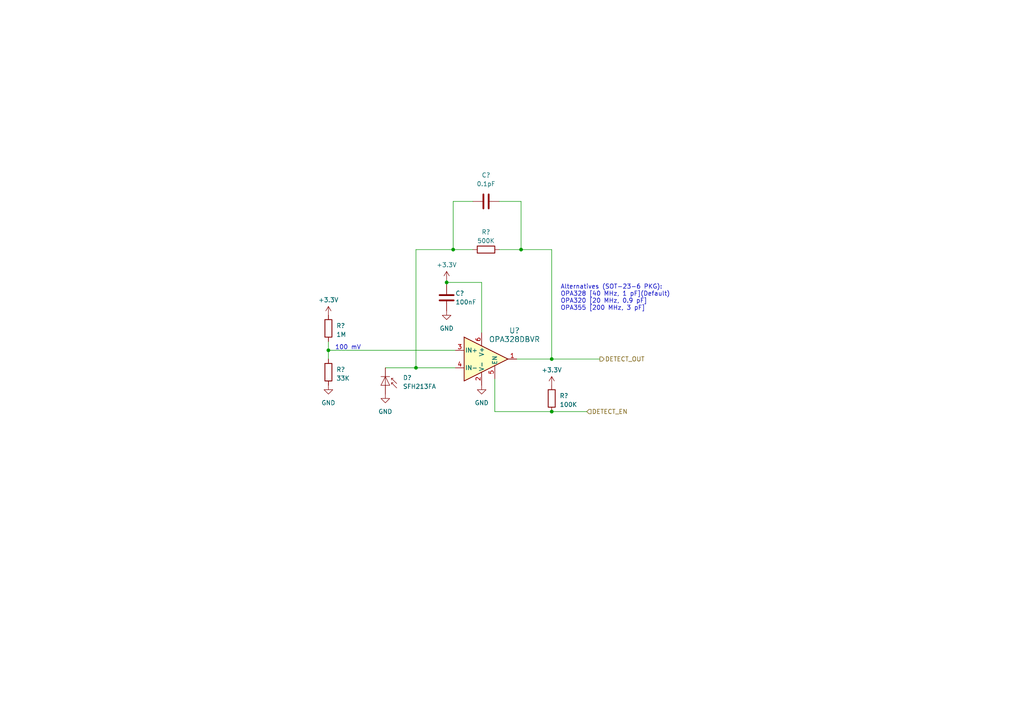
<source format=kicad_sch>
(kicad_sch (version 20230121) (generator eeschema)
  (paper "A4")
  (lib_symbols
    (symbol "Device:C" (pin_numbers hide) (pin_names (offset 0.254))
      (property "Reference" "C" (at 0.635 2.54 0))
      (property "Value" "C" (at 0.635 -2.54 0))
      (symbol "C_0_1"
        (polyline (pts (xy -2.032 -0.762) (xy 2.032 -0.762)) (stroke (width 0.508)))
        (polyline (pts (xy -2.032 0.762) (xy 2.032 0.762)) (stroke (width 0.508)))
      )
      (symbol "C_1_1"
        (pin passive line (at 0 3.81 270) (length 2.794) (name "~") (number "1"))
        (pin passive line (at 0 -3.81 90) (length 2.794) (name "~") (number "2"))
      )
    )
    (symbol "Device:R" (pin_numbers hide) (pin_names (offset 0))
      (property "Reference" "R" (at 2.032 0 90))
      (property "Value" "R" (at 0 0 90))
      (symbol "R_0_1"
        (rectangle (start -1.016 -2.54) (end 1.016 2.54) (stroke (width 0.254)))
      )
      (symbol "R_1_1"
        (pin passive line (at 0 3.81 270) (length 1.27) (name "~") (number "1"))
        (pin passive line (at 0 -3.81 90) (length 1.27) (name "~") (number "2"))
      )
    )
    (symbol "Sensor_Optical:SFH203" (pin_numbers hide) (pin_names hide)
      (property "Reference" "D" (at 0.508 1.778 0))
      (property "Value" "SFH203" (at -1.016 -2.794 0))
      (symbol "SFH203_0_1"
        (polyline (pts (xy -2.54 0) (xy 0 0)))
        (polyline (pts (xy -2.54 1.27) (xy -2.54 -1.27)) (stroke (width 0.1524)))
        (polyline (pts (xy -2.032 1.778) (xy -1.524 1.778)))
        (polyline (pts (xy 0 -1.27) (xy 0 1.27)))
        (polyline (pts (xy -0.508 3.302) (xy -2.032 1.778) (xy -2.032 2.286)))
        (polyline (pts (xy 0 1.27) (xy -2.54 0) (xy 0 -1.27)))
        (polyline (pts (xy 0.762 3.302) (xy -0.762 1.778) (xy -0.762 2.286) (xy -0.762 1.778) (xy -0.254 1.778)))
      )
      (symbol "SFH203_1_1"
        (pin passive line (at -5.08 0 0) (length 2.54) (name "K") (number "1"))
        (pin passive line (at 2.54 0 180) (length 2.54) (name "A") (number "2"))
      )
    )
    (symbol "op_amps:OPA328DBVR" (pin_names (offset 0.254))
      (property "Reference" "U" (at 20.32 10.16 0))
      (property "Value" "OPA328DBVR" (at 20.32 7.62 0))
      (symbol "OPA328DBVR_0_1"
        (polyline (pts (xy 0 6.35) (xy 12.7 0) (xy 0 -6.35) (xy 0 6.35)) (stroke (width 0.254)) (fill (type background)))
        (pin power_in line (at 5.08 -7.62 90) (length 3.81) (name "V-") (number "2"))
      )
      (symbol "OPA328DBVR_1_1"
        (pin output line (at 15.24 0 180) (length 2.54) (name "~") (number "1"))
        (pin input line (at -2.54 2.54 0) (length 2.54) (name "IN+") (number "3"))
        (pin input line (at -2.54 -2.54 0) (length 2.54) (name "IN-") (number "4"))
        (pin input line (at 8.89 -5.715 90) (length 3.82) (name "EN") (number "5"))
        (pin power_in line (at 5.08 7.62 270) (length 3.81) (name "V+") (number "6"))
      )
    )
    (symbol "power:+3.3V" (power) (pin_names (offset 0))
      (property "Value" "+3.3V" (at 0 3.556 0))
      (symbol "+3.3V_0_1"
        (polyline (pts (xy -0.762 1.27) (xy 0 2.54)))
        (polyline (pts (xy 0 0) (xy 0 2.54)))
        (polyline (pts (xy 0 2.54) (xy 0.762 1.27)))
      )
      (symbol "+3.3V_1_1"
        (pin power_in line (at 0 0 90) (length 0) hide (name "+3.3V") (number "1"))
      )
    )
    (symbol "power:GND" (power) (pin_names (offset 0))
      (property "Value" "GND" (at 0 -3.81 0))
      (symbol "GND_0_1"
        (polyline (pts (xy 0 0) (xy 0 -1.27) (xy 1.27 -1.27) (xy 0 -2.54) (xy -1.27 -1.27) (xy 0 -1.27)))
      )
      (symbol "GND_1_1"
        (pin power_in line (at 0 0 270) (length 0) hide (name "GND") (number "1"))
      )
    )
  )
  (junction (at 160.02 104.14))
  (junction (at 160.02 119.38))
  (junction (at 131.445 72.39))
  (junction (at 129.54 81.915))
  (junction (at 95.25 101.6))
  (junction (at 151.13 72.39))
  (junction (at 120.65 106.68))
  (wire (pts (xy 129.54 81.28) (xy 129.54 81.915)))
  (wire (pts (xy 160.02 104.14) (xy 173.99 104.14)))
  (wire (pts (xy 160.02 119.38) (xy 170.18 119.38)))
  (wire (pts (xy 139.7 81.915) (xy 139.7 96.52)))
  (wire (pts (xy 95.25 99.06) (xy 95.25 101.6)))
  (wire (pts (xy 143.51 119.38) (xy 160.02 119.38)))
  (wire (pts (xy 144.78 58.42) (xy 151.13 58.42)))
  (wire (pts (xy 120.65 72.39) (xy 131.445 72.39)))
  (wire (pts (xy 151.13 72.39) (xy 160.02 72.39)))
  (wire (pts (xy 131.445 72.39) (xy 131.445 58.42)))
  (wire (pts (xy 144.78 72.39) (xy 151.13 72.39)))
  (wire (pts (xy 143.51 109.855) (xy 143.51 119.38)))
  (wire (pts (xy 151.13 58.42) (xy 151.13 72.39)))
  (wire (pts (xy 120.65 106.68) (xy 132.08 106.68)))
  (wire (pts (xy 131.445 72.39) (xy 137.16 72.39)))
  (wire (pts (xy 111.76 106.68) (xy 120.65 106.68)))
  (wire (pts (xy 95.25 101.6) (xy 132.08 101.6)))
  (wire (pts (xy 129.54 81.915) (xy 129.54 82.55)))
  (wire (pts (xy 160.02 72.39) (xy 160.02 104.14)))
  (wire (pts (xy 149.86 104.14) (xy 160.02 104.14)))
  (wire (pts (xy 95.25 101.6) (xy 95.25 104.14)))
  (wire (pts (xy 131.445 58.42) (xy 137.16 58.42)))
  (wire (pts (xy 129.54 81.915) (xy 139.7 81.915)))
  (wire (pts (xy 120.65 72.39) (xy 120.65 106.68)))
  (text "Alternatives (SOT-23-6 PKG):\nOPA328 [40 MHz, 1 pF](Default)\nOPA320 [20 MHz, 0.9 pF]\nOPA355 [200 MHz, 3 pF]\n" (at 162.56 90.17 0) (effects (font (size 1.27 1.27)) (justify left bottom)))
  (text "100 mV" (at 97.155 101.6 0) (effects (font (size 1.27 1.27)) (justify left bottom)))
  (hierarchical_label "DETECT_OUT" (shape output) (at 173.99 104.14 0))
  (hierarchical_label "DETECT_EN" (shape input) (at 170.18 119.38 0))
  (symbol (lib_id "Device:R") (at 140.97 72.39 90) (unit 1)
    (property "Reference" "R?" (at 142.24 67.31 90) (effects (justify left)))
    (property "Value" "500K" (at 143.51 69.85 90) (effects (justify left)))
    (property "Footprint" "Resistor_SMD:R_0805_2012Metric" (effects hide))
    (instances (project "phenobottle" (path "" (reference "R?") (unit 1)) (path "" (reference "R?") (unit 1)) (path "" (reference "R?") (unit 1))) (project "u-nit" (path "" (reference "R4") (unit 1))) (project "blackbox" (path "" (reference "R1") (unit 1))))
  )
  (symbol (lib_id "power:+3.3V") (at 95.25 91.44 0) (unit 1)
    (property "Reference" "#PWR074" (effects hide))
    (property "Value" "+3.3V" (at 95.25 86.995 0))
  )
  (symbol (lib_id "Device:R") (at 160.02 115.57 0) (unit 1)
    (property "Reference" "R?" (at 162.306 114.808 0) (effects (justify left)))
    (property "Value" "100K" (at 162.306 117.348 0) (effects (justify left)))
    (property "Footprint" "Resistor_SMD:R_0805_2012Metric" (effects hide))
    (instances (project "phenobottle" (path "" (reference "R?") (unit 1)) (path "" (reference "R?") (unit 1)) (path "" (reference "R?") (unit 1))) (project "u-nit" (path "" (reference "R4") (unit 1))) (project "blackbox" (path "" (reference "R1") (unit 1))))
  )
  (symbol (lib_id "Sensor_Optical:SFH203") (at 111.76 111.76 270) (unit 1)
    (property "Reference" "D?" (at 116.84 109.5629 90) (effects (justify left)))
    (property "Value" "SFH213FA" (at 116.84 112.1029 90) (effects (justify left)))
    (property "Footprint" "LED_THT:LED_D5.0mm_IRGrey" (effects hide))
    (property "Datasheet" "http://www.osram-os.com/Graphics/XPic9/00101656_0.pdf/SFH%20203,%20SFH%20203%20FA,%20Lead%20(Pb)%20Free%20Product%20-%20RoHS%20Compliant.pdf" (effects hide))
  )
  (symbol (lib_id "power:+3.3V") (at 129.54 81.28 0) (unit 1)
    (property "Reference" "#PWR055" (effects hide))
    (property "Value" "+3.3V" (at 129.54 76.835 0))
  )
  (symbol (lib_id "power:GND") (at 129.54 90.17 0) (unit 1)
    (property "Reference" "#PWR078" (effects hide))
    (property "Value" "GND" (at 129.54 95.25 0))
  )
  (symbol (lib_id "Device:R") (at 95.25 107.95 0) (unit 1)
    (property "Reference" "R?" (at 97.536 107.188 0) (effects (justify left)))
    (property "Value" "33K" (at 97.536 109.728 0) (effects (justify left)))
    (property "Footprint" "Resistor_SMD:R_0805_2012Metric" (effects hide))
    (instances (project "phenobottle" (path "" (reference "R?") (unit 1)) (path "" (reference "R?") (unit 1)) (path "" (reference "R?") (unit 1))) (project "u-nit" (path "" (reference "R4") (unit 1))) (project "blackbox" (path "" (reference "R1") (unit 1))))
  )
  (symbol (lib_id "op_amps:OPA328DBVR") (at 134.62 104.14 0) (unit 1)
    (property "Reference" "U?" (at 149.225 95.885 0) (effects (font (size 1.524 1.524))))
    (property "Value" "OPA328DBVR" (at 149.225 98.425 0) (effects (font (size 1.524 1.524))))
    (property "Footprint" "op_amps:OPA328DBVR" (effects hide))
    (property "Datasheet" "OPA328DBVR" (effects hide))
  )
  (symbol (lib_id "Device:C") (at 129.54 86.36 0) (unit 1)
    (property "Reference" "C?" (at 132.08 85.09 0) (effects (justify left)))
    (property "Value" "100nF" (at 132.08 87.63 0) (effects (justify left)))
    (property "Footprint" "Capacitor_SMD:C_0805_2012Metric" (effects hide))
    (instances (project "phenobottle" (path "" (reference "C?") (unit 1)) (path "" (reference "C?") (unit 1)) (path "" (reference "C?") (unit 1))) (project "u-nit" (path "" (reference "C15") (unit 1))) (project "blackbox" (path "" (reference "C5") (unit 1))))
  )
  (symbol (lib_id "power:GND") (at 139.7 111.76 0) (unit 1)
    (property "Reference" "#PWR067" (effects hide))
    (property "Value" "GND" (at 139.7 116.84 0))
  )
  (symbol (lib_id "power:+3.3V") (at 160.02 111.76 0) (unit 1)
    (property "Reference" "#PWR066" (effects hide))
    (property "Value" "+3.3V" (at 160.02 107.315 0))
  )
  (symbol (lib_id "Device:C") (at 140.97 58.42 90) (unit 1)
    (property "Reference" "C?" (at 140.97 50.8 90))
    (property "Value" "0.1pF" (at 140.97 53.34 90))
    (property "Footprint" "Capacitor_SMD:C_0805_2012Metric" (effects hide))
    (instances (project "phenobottle" (path "" (reference "C?") (unit 1)) (path "" (reference "C?") (unit 1)) (path "" (reference "C?") (unit 1))) (project "u-nit" (path "" (reference "C15") (unit 1))) (project "blackbox" (path "" (reference "C5") (unit 1))))
  )
  (symbol (lib_id "Device:R") (at 95.25 95.25 0) (unit 1)
    (property "Reference" "R?" (at 97.536 94.488 0) (effects (justify left)))
    (property "Value" "1M" (at 97.536 97.028 0) (effects (justify left)))
    (property "Footprint" "Resistor_SMD:R_0805_2012Metric" (effects hide))
    (instances (project "phenobottle" (path "" (reference "R?") (unit 1)) (path "" (reference "R?") (unit 1)) (path "" (reference "R?") (unit 1))) (project "u-nit" (path "" (reference "R4") (unit 1))) (project "blackbox" (path "" (reference "R1") (unit 1))))
  )
  (symbol (lib_id "power:GND") (at 95.25 111.76 0) (unit 1)
    (property "Reference" "#PWR073" (effects hide))
    (property "Value" "GND" (at 95.25 116.84 0))
  )
  (symbol (lib_id "power:GND") (at 111.76 114.3 0) (unit 1)
    (property "Reference" "#PWR068" (effects hide))
    (property "Value" "GND" (at 111.76 119.38 0))
  )
)
</source>
